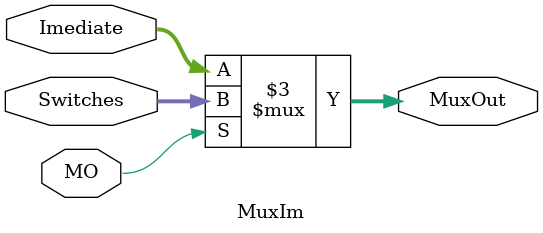
<source format=v>
module MuxIm (Imediate, Switches, MuxOut, MO);
	
	input [15:0] Imediate, Switches;
	input MO;
	output reg [15:0] MuxOut;
	
	always @ (*)
		begin
			if (MO)
				MuxOut = Switches;
			else
				MuxOut = Imediate;
		end
		
endmodule 
</source>
